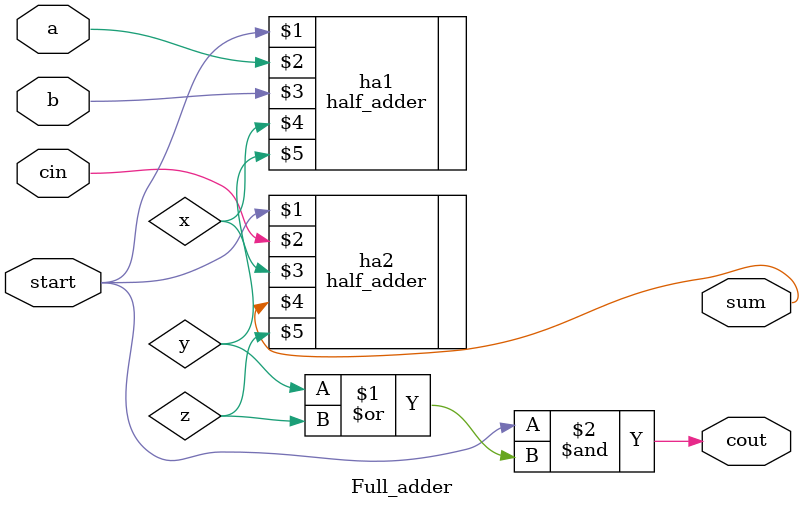
<source format=v>
`timescale 1ns / 1ps

module Full_adder(start, a, b, cin, sum, cout);
input start;
input a, b, cin;
output sum, cout;

wire x, y, z;
half_adder ha1(start, a, b, x, y);
half_adder ha2(start, cin, x, sum, z);
assign cout = start & (y|z);

endmodule

</source>
